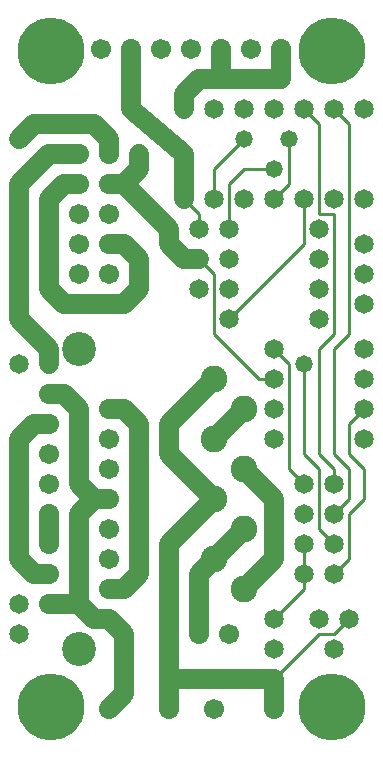
<source format=gtl>
%MOIN*%
%FSLAX25Y25*%
G04 D10 used for Character Trace; *
G04     Circle (OD=.01000) (No hole)*
G04 D11 used for Power Trace; *
G04     Circle (OD=.06500) (No hole)*
G04 D12 used for Signal Trace; *
G04     Circle (OD=.01100) (No hole)*
G04 D13 used for Via; *
G04     Circle (OD=.05800) (Round. Hole ID=.02800)*
G04 D14 used for Component hole; *
G04     Circle (OD=.06500) (Round. Hole ID=.03500)*
G04 D15 used for Component hole; *
G04     Circle (OD=.06700) (Round. Hole ID=.04300)*
G04 D16 used for Component hole; *
G04     Circle (OD=.08100) (Round. Hole ID=.05100)*
G04 D17 used for Component hole; *
G04     Circle (OD=.08900) (Round. Hole ID=.05900)*
G04 D18 used for Component hole; *
G04     Circle (OD=.11300) (Round. Hole ID=.08300)*
G04 D19 used for Component hole; *
G04     Circle (OD=.16000) (Round. Hole ID=.13000)*
G04 D20 used for Component hole; *
G04     Circle (OD=.18300) (Round. Hole ID=.15300)*
G04 D21 used for Component hole; *
G04     Circle (OD=.22291) (Round. Hole ID=.19291)*
%ADD10C,.01000*%
%ADD11C,.06500*%
%ADD12C,.01100*%
%ADD13C,.05800*%
%ADD14C,.06500*%
%ADD15C,.06700*%
%ADD16C,.08100*%
%ADD17C,.08900*%
%ADD18C,.11300*%
%ADD19C,.16000*%
%ADD20C,.18300*%
%ADD21C,.22291*%
%IPPOS*%
%LPD*%
G90*X0Y0D02*D21*X15625Y15625D03*D18*              
X25000Y35000D03*D15*X35000Y15000D03*D11*          
X40000Y20000D01*Y40000D01*X35000Y45000D01*        
X30000D01*X25000Y50000D01*X15000D01*D15*D03*D14*  
X5000Y40000D03*D11*X25000Y50000D02*Y80000D01*     
X30000Y85000D01*X35000D01*D15*D03*D11*X30000D02*  
X25000Y90000D01*Y115000D01*X20000Y120000D01*      
X15000D01*D15*D03*D14*X5000Y130000D03*D11*        
Y105000D02*X10000Y110000D01*X5000Y65000D02*       
Y105000D01*X10000Y60000D02*X5000Y65000D01*        
X10000Y60000D02*X15000D01*D15*D03*D14*            
X5000Y50000D03*D15*X15000Y70000D03*D11*Y80000D01* 
D15*D03*Y90000D03*X35000Y65000D03*Y75000D03*      
X15000Y100000D03*X35000Y95000D03*D11*Y55000D02*   
X40000D01*D15*X35000D03*D11*X40000D02*            
X45000Y60000D01*Y110000D01*X40000Y115000D01*      
X35000D01*D15*D03*Y105000D03*D11*X15000Y130000D02*
Y135000D01*D14*Y130000D03*D11*Y135000D02*         
X5000Y145000D01*Y190000D01*X15000Y200000D01*      
X25000D01*D15*D03*X35000Y190000D03*D11*X40000D01* 
X55000Y175000D01*D14*D03*D11*Y170000D01*          
X60000Y165000D01*X65000D01*D14*D03*D12*           
X70000Y160000D01*Y140000D01*X85000Y125000D01*     
X90000D01*D14*D03*D12*X95000Y95000D02*Y130000D01* 
X100000Y90000D02*X95000Y95000D01*D14*             
X100000Y90000D03*D12*X105000Y75000D02*Y95000D01*  
X110000Y70000D02*X105000Y75000D01*D14*            
X110000Y70000D03*D12*Y60000D02*X115000Y65000D01*  
D14*X110000Y60000D03*D12*X115000Y65000D02*        
Y80000D01*X120000Y85000D01*Y95000D01*             
X115000Y100000D01*Y110000D01*X120000Y115000D01*   
D14*D03*Y125000D03*Y105000D03*D12*                
X110000Y95000D02*X105000Y100000D01*               
X110000Y90000D02*Y95000D01*D14*Y90000D03*D12*     
Y80000D02*X115000Y85000D01*D14*X110000Y80000D03*  
D12*X115000Y85000D02*Y95000D01*X110000Y100000D01* 
Y135000D01*X115000Y140000D01*Y210000D01*          
X110000Y215000D01*D14*D03*D12*X105000Y180000D02*  
Y210000D01*Y180000D02*X110000D01*Y140000D01*      
X105000Y135000D01*Y100000D01*Y95000D02*           
X100000Y100000D01*Y130000D01*D13*D03*D12*         
X95000D02*X90000Y135000D01*D14*D03*               
X75000Y145000D03*D12*X100000Y170000D01*Y185000D01*
D14*D03*D12*X90000D02*X95000Y190000D01*D14*       
X90000Y185000D03*D12*X95000Y190000D02*Y205000D01* 
D13*D03*D14*X100000Y215000D03*D12*                
X105000Y210000D01*D13*X90000Y195000D03*D12*       
X80000D01*X75000Y190000D01*Y175000D01*D14*D03*    
X80000Y185000D03*D12*X65000Y175000D02*Y180000D01* 
D14*Y175000D03*D12*Y180000D02*X60000Y185000D01*   
D14*D03*D11*Y200000D01*X42500Y215000D01*          
Y235000D01*D15*D03*X52500D03*X32500D03*D11*       
X60000Y215000D02*Y220000D01*D14*Y215000D03*D11*   
Y220000D02*X65000Y225000D01*X72500D01*X92500D01*  
Y235000D01*D15*D03*X82500D03*D21*                 
X109375Y234375D03*D14*X80000Y215000D03*X90000D03* 
D15*X72500Y235000D03*D11*Y225000D01*D15*          
X62500Y235000D03*D14*X70000Y215000D03*D13*        
X80000Y205000D03*D12*X70000Y195000D01*Y185000D01* 
D14*D03*X75000Y165000D03*D13*X45000Y200000D03*D11*
Y195000D01*X40000Y190000D01*D15*X35000Y180000D03* 
Y200000D03*D11*Y205000D01*X30000Y210000D01*       
X10000D01*X5000Y205000D01*D13*D03*D11*            
X15000Y185000D02*X20000Y190000D01*                
X15000Y155000D02*Y185000D01*X20000Y150000D02*     
X15000Y155000D01*X20000Y150000D02*X40000D01*      
X45000Y155000D01*Y165000D01*X40000Y170000D01*     
X35000D01*D15*D03*X25000Y180000D03*Y160000D03*    
Y170000D03*X35000Y160000D03*X25000Y190000D03*D11* 
X20000D01*D14*X65000Y155000D03*D21*               
X15625Y234375D03*D14*X75000Y155000D03*D18*        
X25000Y135000D03*D17*X70000Y125000D03*D11*        
X55000Y110000D01*Y105000D01*D13*D03*D11*          
Y100000D01*X70000Y85000D01*D17*D03*D11*           
X55000Y70000D01*Y25000D01*Y15000D01*D15*D03*D11*  
Y25000D02*X90000D01*Y15000D01*D15*D03*D12*        
Y25000D02*X105000Y40000D01*X110000D01*            
X115000Y45000D01*D14*D03*X110000Y35000D03*        
X105000Y45000D03*X100000Y60000D03*D12*Y55000D01*  
X90000Y45000D01*D14*D03*D17*X80000Y55000D03*D11*  
X90000Y65000D01*Y85000D01*X80000Y95000D01*D17*D03*
D14*X90000Y105000D03*D17*X70000D03*D11*           
X80000Y115000D01*D17*D03*D14*X90000D03*           
X105000Y145000D03*X100000Y80000D03*               
X105000Y155000D03*D17*X80000Y75000D03*D11*        
X70000Y65000D01*D17*D03*D11*X65000Y60000D01*      
Y40000D01*D15*D03*X75000D03*D14*X90000Y35000D03*  
D15*X70000Y15000D03*D12*X100000Y60000D02*         
Y70000D01*D14*D03*D21*X109375Y15625D03*D14*       
X120000Y135000D03*Y150000D03*D15*X15000Y110000D03*
D11*X10000D01*D14*X105000Y165000D03*Y175000D03*   
X110000Y185000D03*X120000Y160000D03*Y170000D03*   
Y185000D03*Y215000D03*M02*                        

</source>
